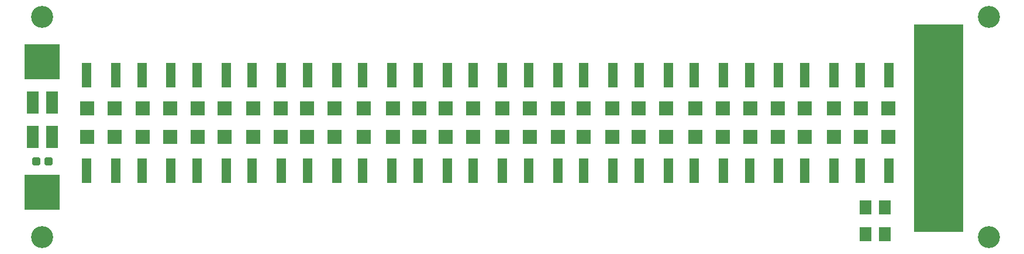
<source format=gbr>
G04 EAGLE Gerber RS-274X export*
G75*
%MOMM*%
%FSLAX34Y34*%
%LPD*%
%INSoldermask Top*%
%IPPOS*%
%AMOC8*
5,1,8,0,0,1.08239X$1,22.5*%
G01*
%ADD10C,3.203200*%
%ADD11R,1.403200X3.603200*%
%ADD12R,2.003200X2.003200*%
%ADD13C,0.505344*%
%ADD14R,1.803200X2.003200*%
%ADD15R,1.803200X3.203200*%
%ADD16R,5.203200X5.203200*%
%ADD17R,7.203200X30.203200*%


D10*
X40000Y40000D03*
X40000Y360000D03*
X1410000Y360000D03*
X1410000Y40000D03*
D11*
X104000Y275000D03*
X146000Y275000D03*
X424000Y136000D03*
X466000Y136000D03*
X504000Y275000D03*
X546000Y275000D03*
X504000Y136000D03*
X546000Y136000D03*
X584000Y275000D03*
X626000Y275000D03*
X584000Y136000D03*
X626000Y136000D03*
X664000Y275000D03*
X706000Y275000D03*
X664000Y136000D03*
X706000Y136000D03*
X744000Y275000D03*
X786000Y275000D03*
X744000Y136000D03*
X786000Y136000D03*
X824000Y275000D03*
X866000Y275000D03*
X104000Y136000D03*
X146000Y136000D03*
X824000Y136000D03*
X866000Y136000D03*
X904000Y275000D03*
X946000Y275000D03*
X904000Y136000D03*
X946000Y136000D03*
X984000Y275000D03*
X1026000Y275000D03*
X984000Y136000D03*
X1026000Y136000D03*
X1064000Y275000D03*
X1106000Y275000D03*
X1064000Y136000D03*
X1106000Y136000D03*
X1144000Y275000D03*
X1186000Y275000D03*
X1144000Y136000D03*
X1186000Y136000D03*
X1224000Y275000D03*
X1266000Y275000D03*
X184000Y275000D03*
X226000Y275000D03*
X1224000Y136000D03*
X1266000Y136000D03*
X184000Y136000D03*
X226000Y136000D03*
X264000Y275000D03*
X306000Y275000D03*
X264000Y136000D03*
X306000Y136000D03*
X344000Y275000D03*
X386000Y275000D03*
X344000Y136000D03*
X386000Y136000D03*
X424000Y275000D03*
X466000Y275000D03*
D12*
X105000Y227000D03*
X105000Y185000D03*
X463000Y185000D03*
X463000Y227000D03*
X505000Y227000D03*
X505000Y185000D03*
X548000Y185000D03*
X548000Y227000D03*
X586000Y227000D03*
X586000Y185000D03*
X624000Y185000D03*
X624000Y227000D03*
X664000Y227000D03*
X664000Y185000D03*
X706000Y185000D03*
X706000Y227000D03*
X746000Y227000D03*
X746000Y185000D03*
X786000Y185000D03*
X786000Y227000D03*
X824000Y227000D03*
X824000Y185000D03*
X145000Y185000D03*
X145000Y227000D03*
X865000Y185000D03*
X865000Y227000D03*
X903000Y227000D03*
X903000Y185000D03*
X943000Y185000D03*
X943000Y227000D03*
X985000Y227000D03*
X985000Y185000D03*
X1025000Y185000D03*
X1025000Y227000D03*
X1065000Y227000D03*
X1065000Y185000D03*
X1105000Y185000D03*
X1105000Y227000D03*
X1144000Y227000D03*
X1144000Y185000D03*
X1186000Y185000D03*
X1186000Y227000D03*
X1225000Y227000D03*
X1225000Y185000D03*
X185000Y227000D03*
X185000Y185000D03*
X1265000Y185000D03*
X1265000Y227000D03*
X225000Y185000D03*
X225000Y227000D03*
X265000Y227000D03*
X265000Y185000D03*
X304000Y185000D03*
X304000Y227000D03*
X385000Y185000D03*
X385000Y227000D03*
X423000Y227000D03*
X423000Y185000D03*
D13*
X45280Y153490D02*
X45280Y146510D01*
X45280Y153490D02*
X52260Y153490D01*
X52260Y146510D01*
X45280Y146510D01*
X45280Y151310D02*
X52260Y151310D01*
X27740Y153490D02*
X27740Y146510D01*
X27740Y153490D02*
X34720Y153490D01*
X34720Y146510D01*
X27740Y146510D01*
X27740Y151310D02*
X34720Y151310D01*
D14*
X1260000Y83000D03*
X1232000Y83000D03*
X1232000Y44000D03*
X1260000Y44000D03*
D15*
X26000Y235000D03*
X54000Y235000D03*
X54000Y185000D03*
X26000Y185000D03*
D16*
X40000Y295000D03*
X40000Y105000D03*
D17*
X1337900Y197900D03*
D12*
X345000Y227000D03*
X345000Y185000D03*
M02*

</source>
